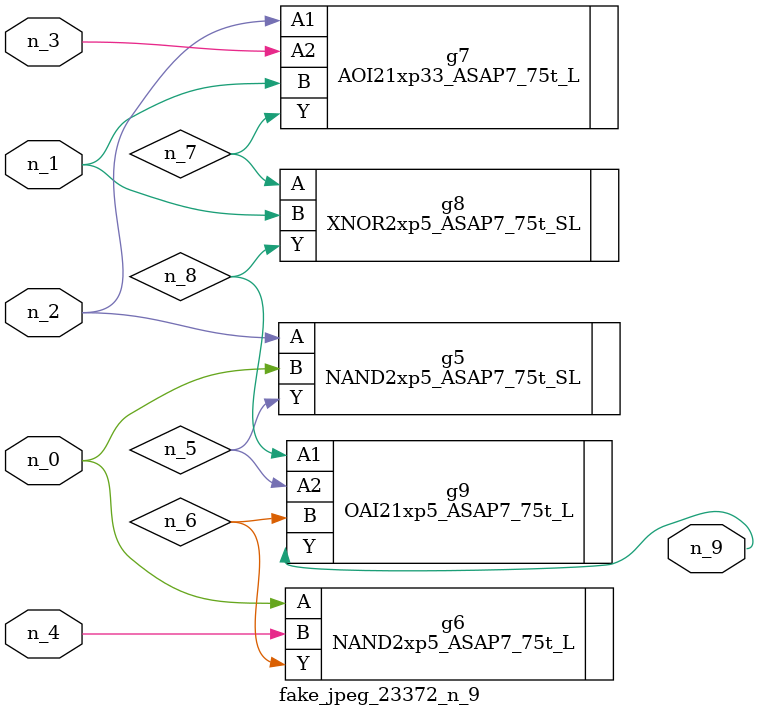
<source format=v>
module fake_jpeg_23372_n_9 (n_3, n_2, n_1, n_0, n_4, n_9);

input n_3;
input n_2;
input n_1;
input n_0;
input n_4;

output n_9;

wire n_8;
wire n_6;
wire n_5;
wire n_7;

NAND2xp5_ASAP7_75t_SL g5 ( 
.A(n_2),
.B(n_0),
.Y(n_5)
);

NAND2xp5_ASAP7_75t_L g6 ( 
.A(n_0),
.B(n_4),
.Y(n_6)
);

AOI21xp33_ASAP7_75t_L g7 ( 
.A1(n_2),
.A2(n_3),
.B(n_1),
.Y(n_7)
);

XNOR2xp5_ASAP7_75t_SL g8 ( 
.A(n_7),
.B(n_1),
.Y(n_8)
);

OAI21xp5_ASAP7_75t_L g9 ( 
.A1(n_8),
.A2(n_5),
.B(n_6),
.Y(n_9)
);


endmodule
</source>
